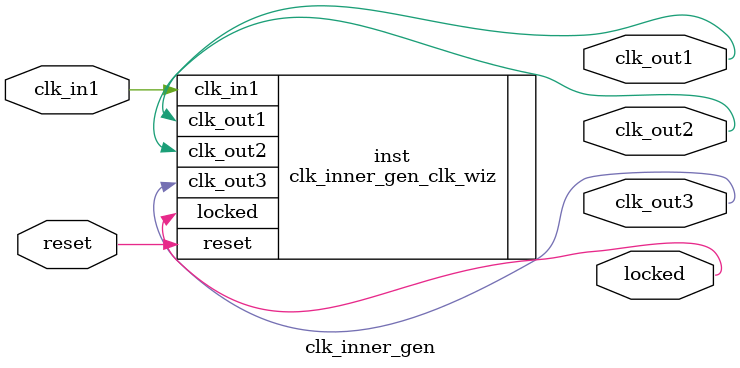
<source format=v>


`timescale 1ps/1ps

(* CORE_GENERATION_INFO = "clk_inner_gen,clk_wiz_v6_0_2_0_0,{component_name=clk_inner_gen,use_phase_alignment=true,use_min_o_jitter=false,use_max_i_jitter=false,use_dyn_phase_shift=false,use_inclk_switchover=false,use_dyn_reconfig=false,enable_axi=0,feedback_source=FDBK_AUTO,PRIMITIVE=MMCM,num_out_clk=3,clkin1_period=20.000,clkin2_period=10.0,use_power_down=false,use_reset=true,use_locked=true,use_inclk_stopped=false,feedback_type=SINGLE,CLOCK_MGR_TYPE=NA,manual_override=false}" *)

module clk_inner_gen 
 (
  // Clock out ports
  output        clk_out1,
  output        clk_out2,
  output        clk_out3,
  // Status and control signals
  input         reset,
  output        locked,
 // Clock in ports
  input         clk_in1
 );

  clk_inner_gen_clk_wiz inst
  (
  // Clock out ports  
  .clk_out1(clk_out1),
  .clk_out2(clk_out2),
  .clk_out3(clk_out3),
  // Status and control signals               
  .reset(reset), 
  .locked(locked),
 // Clock in ports
  .clk_in1(clk_in1)
  );

endmodule

</source>
